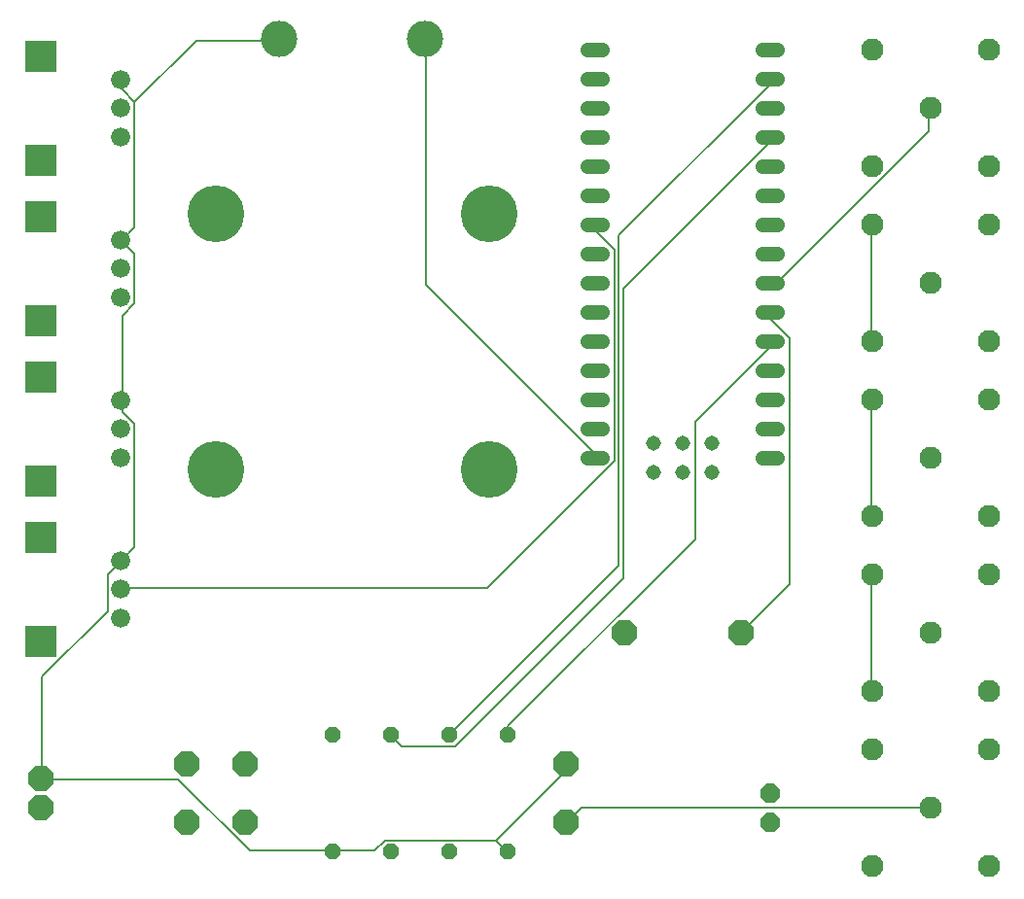
<source format=gbr>
G04 EAGLE Gerber X2 export*
G75*
%MOMM*%
%FSLAX34Y34*%
%LPD*%
%AMOC8*
5,1,8,0,0,1.08239X$1,22.5*%
G01*
%ADD10C,3.160000*%
%ADD11C,4.950000*%
%ADD12P,1.814519X8X112.500000*%
%ADD13P,1.429621X8X112.500000*%
%ADD14P,1.429621X8X292.500000*%
%ADD15C,1.308000*%
%ADD16C,1.308000*%
%ADD17C,1.943100*%
%ADD18C,1.676400*%
%ADD19R,2.800000X2.800000*%
%ADD20P,2.336880X8X22.500000*%
%ADD21C,0.152400*%


D10*
X474750Y771550D03*
X347750Y771550D03*
D11*
X530400Y619150D03*
X292100Y619150D03*
X530400Y396850D03*
X292100Y396850D03*
D12*
X774700Y88900D03*
X774700Y114300D03*
D13*
X393700Y63500D03*
X393700Y165100D03*
D14*
X444500Y165100D03*
X444500Y63500D03*
X495300Y165100D03*
X495300Y63500D03*
X546100Y165100D03*
X546100Y63500D03*
D15*
X768160Y406400D02*
X781240Y406400D01*
X781240Y431800D02*
X768160Y431800D01*
X768160Y457200D02*
X781240Y457200D01*
X781240Y482600D02*
X768160Y482600D01*
X768160Y508000D02*
X781240Y508000D01*
X781240Y533400D02*
X768160Y533400D01*
X768160Y558800D02*
X781240Y558800D01*
X781240Y584200D02*
X768160Y584200D01*
X768160Y609600D02*
X781240Y609600D01*
X781240Y635000D02*
X768160Y635000D01*
X768160Y660400D02*
X781240Y660400D01*
X781240Y685800D02*
X768160Y685800D01*
X628840Y406400D02*
X615760Y406400D01*
X615760Y431800D02*
X628840Y431800D01*
X628840Y457200D02*
X615760Y457200D01*
X615760Y609600D02*
X628840Y609600D01*
X628840Y635000D02*
X615760Y635000D01*
X615760Y660400D02*
X628840Y660400D01*
X628840Y685800D02*
X615760Y685800D01*
X615760Y762000D02*
X628840Y762000D01*
X768160Y762000D02*
X781240Y762000D01*
X781240Y736600D02*
X768160Y736600D01*
X768160Y711200D02*
X781240Y711200D01*
X628840Y736600D02*
X615760Y736600D01*
X615760Y711200D02*
X628840Y711200D01*
X628840Y482600D02*
X615760Y482600D01*
D16*
X673100Y419100D03*
X698500Y419100D03*
X723900Y419100D03*
D15*
X628840Y584200D02*
X615760Y584200D01*
X615760Y558800D02*
X628840Y558800D01*
X628840Y533400D02*
X615760Y533400D01*
X615760Y508000D02*
X628840Y508000D01*
D16*
X673100Y393700D03*
X698500Y393700D03*
X723900Y393700D03*
D17*
X914400Y711200D03*
X965200Y762000D03*
X863600Y762000D03*
X863600Y660400D03*
X965200Y660400D03*
X914400Y558800D03*
X965200Y609600D03*
X863600Y609600D03*
X863600Y508000D03*
X965200Y508000D03*
X914400Y254000D03*
X965200Y304800D03*
X863600Y304800D03*
X863600Y203200D03*
X965200Y203200D03*
X914400Y101600D03*
X965200Y152400D03*
X863600Y152400D03*
X863600Y50800D03*
X965200Y50800D03*
X914400Y406400D03*
X965200Y457200D03*
X863600Y457200D03*
X863600Y355600D03*
X965200Y355600D03*
D18*
X209700Y267100D03*
X209700Y292100D03*
X209700Y317100D03*
D19*
X139700Y337100D03*
X139700Y247100D03*
D18*
X209700Y686200D03*
X209700Y711200D03*
X209700Y736200D03*
D19*
X139700Y756200D03*
X139700Y666200D03*
D18*
X209700Y546500D03*
X209700Y571500D03*
X209700Y596500D03*
D19*
X139700Y616500D03*
X139700Y526500D03*
D18*
X209700Y406800D03*
X209700Y431800D03*
X209700Y456800D03*
D19*
X139700Y476800D03*
X139700Y386800D03*
D20*
X647700Y254000D03*
X749300Y254000D03*
X317500Y139700D03*
X317500Y88900D03*
X596900Y139700D03*
X596900Y88900D03*
X139700Y127000D03*
X139700Y101600D03*
X266700Y88900D03*
X266700Y139700D03*
D21*
X773771Y730883D02*
X773771Y736244D01*
X773771Y730883D02*
X643320Y600432D01*
X643320Y312725D01*
X496786Y166191D01*
X773771Y736244D02*
X774700Y736600D01*
X496786Y166191D02*
X495300Y165100D01*
X611154Y101859D02*
X913157Y101859D01*
X611154Y101859D02*
X598645Y89350D01*
X913157Y101859D02*
X914400Y101600D01*
X598645Y89350D02*
X596900Y88900D01*
X210866Y457472D02*
X210866Y530739D01*
X221588Y541461D01*
X221588Y584349D01*
X210866Y595071D01*
X210866Y457472D02*
X209700Y456800D01*
X210866Y595071D02*
X209700Y596500D01*
X210866Y727309D02*
X210866Y734457D01*
X210866Y727309D02*
X221588Y716587D01*
X221588Y607580D01*
X210866Y596858D01*
X210866Y734457D02*
X209700Y736200D01*
X210866Y596858D02*
X209700Y596500D01*
X275198Y770197D02*
X346678Y770197D01*
X275198Y770197D02*
X221588Y716587D01*
X346678Y770197D02*
X347750Y771550D01*
X141173Y216227D02*
X141173Y128664D01*
X141173Y216227D02*
X198357Y273411D01*
X198357Y305577D01*
X209079Y316299D01*
X141173Y128664D02*
X139700Y127000D01*
X209079Y316299D02*
X209700Y317100D01*
X210866Y446750D02*
X210866Y455685D01*
X210866Y446750D02*
X221588Y436028D01*
X221588Y328808D01*
X210866Y318086D01*
X210866Y455685D02*
X209700Y456800D01*
X210866Y318086D02*
X209700Y317100D01*
X394927Y64332D02*
X430667Y64332D01*
X439602Y73267D01*
X536100Y73267D01*
X545035Y64332D01*
X394927Y64332D02*
X393700Y63500D01*
X545035Y64332D02*
X546100Y63500D01*
X596858Y134025D02*
X596858Y139386D01*
X596858Y134025D02*
X536100Y73267D01*
X596858Y139386D02*
X596900Y139700D01*
X863121Y509295D02*
X863121Y609367D01*
X863600Y609600D01*
X863121Y509295D02*
X863600Y508000D01*
X863121Y303790D02*
X863121Y203718D01*
X863121Y303790D02*
X863600Y304800D01*
X863121Y203718D02*
X863600Y203200D01*
X863121Y355613D02*
X863121Y455685D01*
X863600Y457200D01*
X863121Y355613D02*
X863600Y355600D01*
X259115Y126877D02*
X141173Y126877D01*
X259115Y126877D02*
X321660Y64332D01*
X393140Y64332D01*
X141173Y126877D02*
X139700Y127000D01*
X393140Y64332D02*
X393700Y63500D01*
X773771Y680847D02*
X773771Y684421D01*
X773771Y680847D02*
X646894Y553970D01*
X646894Y302003D01*
X500360Y155469D01*
X453898Y155469D01*
X444963Y164404D01*
X773771Y684421D02*
X774700Y685800D01*
X444500Y165100D02*
X444963Y164404D01*
X773771Y502147D02*
X773771Y507508D01*
X773771Y502147D02*
X709439Y437815D01*
X709439Y335956D01*
X546822Y173339D01*
X546822Y166191D01*
X773771Y507508D02*
X774700Y508000D01*
X546822Y166191D02*
X546100Y165100D01*
X775558Y559331D02*
X780919Y559331D01*
X913157Y691569D01*
X913157Y709439D01*
X775558Y559331D02*
X774700Y558800D01*
X913157Y709439D02*
X914400Y711200D01*
X775558Y532526D02*
X775558Y527165D01*
X791641Y511082D01*
X791641Y296642D01*
X750540Y255541D01*
X775558Y532526D02*
X774700Y533400D01*
X750540Y255541D02*
X749300Y254000D01*
X621876Y407436D02*
X621876Y411010D01*
X475342Y557544D01*
X475342Y770197D01*
X621876Y407436D02*
X622300Y406400D01*
X475342Y770197D02*
X474750Y771550D01*
X623663Y609367D02*
X623663Y604006D01*
X639746Y587923D01*
X639746Y403862D01*
X528952Y293068D01*
X210866Y293068D01*
X622300Y609600D02*
X623663Y609367D01*
X210866Y293068D02*
X209700Y292100D01*
M02*

</source>
